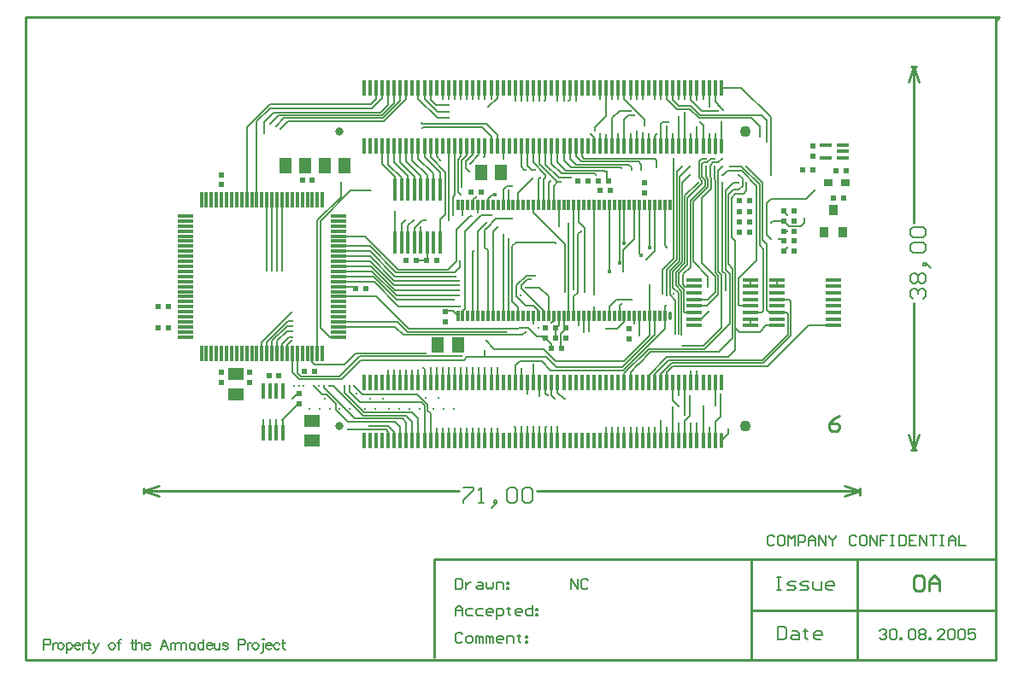
<source format=gbl>
%FSLAX42Y42*%
%MOMM*%
G71*
G01*
G75*
G04 Layer_Physical_Order=6*
%ADD10C,0.45*%
%ADD11R,0.30X1.60*%
%ADD12R,0.60X0.50*%
%ADD13R,0.50X0.60*%
%ADD14R,1.20X1.50*%
%ADD15R,1.50X1.20*%
%ADD16R,0.80X0.90*%
%ADD17R,1.60X0.30*%
%ADD18R,1.95X3.40*%
%ADD19R,1.95X1.10*%
%ADD20R,1.45X0.55*%
%ADD21R,0.90X0.80*%
%ADD22R,2.60X2.40*%
%ADD23R,1.00X2.50*%
%ADD24R,2.50X6.00*%
%ADD25R,3.50X3.20*%
%ADD26R,4.50X1.50*%
%ADD27R,1.50X0.35*%
%ADD28C,0.15*%
%ADD29C,0.25*%
%ADD30C,0.15*%
%ADD31C,0.13*%
%ADD32C,0.18*%
%ADD33C,0.30*%
%ADD34C,0.40*%
%ADD35R,0.35X1.60*%
%ADD36C,0.80*%
%ADD37C,1.10*%
%ADD38O,0.35X1.60*%
%ADD39R,0.95X1.00*%
%ADD40R,1.15X0.35*%
%ADD41R,1.15X0.35*%
%ADD42R,1.65X0.30*%
%ADD43R,0.30X1.00*%
%ADD44O,0.30X1.00*%
%ADD45R,0.40X1.55*%
%ADD46R,0.40X2.20*%
D11*
X3130Y3210D02*
D03*
X2030Y4730D02*
D03*
X2080D02*
D03*
X2130D02*
D03*
X2180D02*
D03*
X2230D02*
D03*
X2280D02*
D03*
X2330D02*
D03*
X2380D02*
D03*
X2430D02*
D03*
X2480D02*
D03*
X2530D02*
D03*
X2580D02*
D03*
X2630D02*
D03*
X2680D02*
D03*
X2730D02*
D03*
X2780D02*
D03*
X2830D02*
D03*
X2880D02*
D03*
X2930D02*
D03*
X2980D02*
D03*
X3030D02*
D03*
X3080D02*
D03*
X3130D02*
D03*
X3180D02*
D03*
X3230D02*
D03*
X2030Y3210D02*
D03*
X2080D02*
D03*
X2130D02*
D03*
X2180D02*
D03*
X2230D02*
D03*
X2280D02*
D03*
X2330D02*
D03*
X2380D02*
D03*
X2430D02*
D03*
X2480D02*
D03*
X2530D02*
D03*
X2580D02*
D03*
X2630D02*
D03*
X2680D02*
D03*
X2730D02*
D03*
X2780D02*
D03*
X2830D02*
D03*
X2880D02*
D03*
X2930D02*
D03*
X2980D02*
D03*
X3030D02*
D03*
X3080D02*
D03*
X3180D02*
D03*
X3230D02*
D03*
D12*
X3000Y2810D02*
D03*
Y2710D02*
D03*
X5640Y3460D02*
D03*
Y3360D02*
D03*
X8090Y5160D02*
D03*
Y5260D02*
D03*
X6270Y3450D02*
D03*
Y3350D02*
D03*
X4450Y3620D02*
D03*
Y3520D02*
D03*
X6420Y4800D02*
D03*
Y4900D02*
D03*
X2510Y3020D02*
D03*
Y2920D02*
D03*
X2230Y4880D02*
D03*
Y4980D02*
D03*
Y3020D02*
D03*
Y2920D02*
D03*
D13*
X8320Y5020D02*
D03*
X8420D02*
D03*
X5600Y3260D02*
D03*
X5500D02*
D03*
X5540Y3360D02*
D03*
X5440D02*
D03*
X7800Y4220D02*
D03*
X7900D02*
D03*
X7800Y4320D02*
D03*
X7900D02*
D03*
X7800Y4620D02*
D03*
X7900D02*
D03*
X7800Y4420D02*
D03*
X7900D02*
D03*
X7900Y4520D02*
D03*
X7800D02*
D03*
X3030Y4925D02*
D03*
X3130D02*
D03*
X4800Y4810D02*
D03*
X4700D02*
D03*
X7360Y4720D02*
D03*
X7460D02*
D03*
X1700Y3670D02*
D03*
X1600D02*
D03*
X1600Y3460D02*
D03*
X1700D02*
D03*
X3560Y3850D02*
D03*
X3660D02*
D03*
X3050Y3030D02*
D03*
X3150D02*
D03*
X2800Y2990D02*
D03*
X2700D02*
D03*
X4360Y4130D02*
D03*
X4260D02*
D03*
X4060Y4130D02*
D03*
X4160D02*
D03*
X7990Y5030D02*
D03*
X8090D02*
D03*
X7360Y4410D02*
D03*
X7460D02*
D03*
X7360Y4510D02*
D03*
X7460D02*
D03*
X7360Y4610D02*
D03*
X7460D02*
D03*
X8390Y4750D02*
D03*
X8290D02*
D03*
X5860Y4920D02*
D03*
X5760D02*
D03*
X6080Y4820D02*
D03*
X5980D02*
D03*
X5960Y4920D02*
D03*
X6060D02*
D03*
X5540Y3460D02*
D03*
X5440D02*
D03*
D14*
X4570Y3290D02*
D03*
X4370D02*
D03*
X3060Y5070D02*
D03*
X2860D02*
D03*
X5000Y5000D02*
D03*
X4800D02*
D03*
X3250Y5070D02*
D03*
X3450D02*
D03*
D15*
X3130Y2540D02*
D03*
Y2340D02*
D03*
X2370Y3000D02*
D03*
Y2800D02*
D03*
D17*
X3390Y4570D02*
D03*
Y4520D02*
D03*
Y4470D02*
D03*
Y4420D02*
D03*
Y4370D02*
D03*
Y4320D02*
D03*
Y4270D02*
D03*
Y4220D02*
D03*
Y4170D02*
D03*
Y4120D02*
D03*
Y4070D02*
D03*
Y4020D02*
D03*
Y3970D02*
D03*
Y3920D02*
D03*
Y3870D02*
D03*
Y3820D02*
D03*
Y3770D02*
D03*
Y3720D02*
D03*
Y3670D02*
D03*
Y3620D02*
D03*
Y3570D02*
D03*
Y3520D02*
D03*
Y3470D02*
D03*
Y3420D02*
D03*
Y3370D02*
D03*
X1870Y4570D02*
D03*
Y4520D02*
D03*
Y4470D02*
D03*
Y4420D02*
D03*
Y4370D02*
D03*
Y4320D02*
D03*
Y4270D02*
D03*
Y4220D02*
D03*
Y4170D02*
D03*
Y4120D02*
D03*
Y4070D02*
D03*
Y4020D02*
D03*
Y3970D02*
D03*
Y3920D02*
D03*
Y3870D02*
D03*
Y3820D02*
D03*
Y3770D02*
D03*
Y3720D02*
D03*
Y3670D02*
D03*
Y3620D02*
D03*
Y3570D02*
D03*
Y3520D02*
D03*
Y3470D02*
D03*
Y3420D02*
D03*
Y3370D02*
D03*
D21*
X8410Y4900D02*
D03*
X8240D02*
D03*
D28*
X5560Y2340D02*
Y2480D01*
Y2340D02*
X5560Y2340D01*
X6140Y3740D02*
X6290D01*
X6070Y3580D02*
Y3670D01*
X2630Y3210D02*
Y3320D01*
X5620Y2760D02*
X5630D01*
X5560Y2820D02*
Y2920D01*
Y2820D02*
X5620Y2760D01*
X5500Y2340D02*
Y2480D01*
X3390Y4220D02*
X3700D01*
X3950Y3970D02*
X4550D01*
X5500Y2340D02*
X5500Y2340D01*
X6170Y3680D02*
X6190Y3700D01*
X6170Y3580D02*
Y3680D01*
X2890Y3530D02*
X2930D01*
X5500Y2790D02*
X5530Y2760D01*
X2680Y3210D02*
Y3320D01*
X5500Y2790D02*
Y2920D01*
X6220Y3520D02*
Y3580D01*
X6040Y3450D02*
X6150D01*
X5440Y2810D02*
Y2920D01*
Y2810D02*
X5460Y2790D01*
X5380Y2340D02*
X5380Y2340D01*
X6320Y3500D02*
Y3580D01*
X2880Y3430D02*
X2930D01*
X5380Y2920D02*
X5380Y2920D01*
X2780Y3210D02*
Y3330D01*
X5380Y2780D02*
Y2920D01*
X5320Y2340D02*
Y2480D01*
X3951Y3830D02*
X4580D01*
X3390Y4070D02*
X3711D01*
X5320Y2340D02*
X5320Y2340D01*
X5320Y3100D02*
X5320Y3100D01*
Y2920D02*
Y3100D01*
X2900Y3370D02*
X2930D01*
X2830Y3210D02*
Y3300D01*
X3390Y4020D02*
X3722D01*
X3962Y3780D02*
X4580D01*
X5260Y2340D02*
Y2480D01*
Y2340D02*
X5260Y2340D01*
X5540Y3130D02*
X6220D01*
X6470Y3470D02*
Y3580D01*
X4850Y3330D02*
X4930Y3250D01*
X5260Y2920D02*
X5260Y2920D01*
X5260Y2810D02*
Y2920D01*
X5200Y2340D02*
Y2480D01*
Y2340D02*
X5200Y2340D01*
X6070Y4020D02*
Y4676D01*
X3984Y3670D02*
X4590D01*
X3390Y3920D02*
X3744D01*
X5130Y2480D02*
X5140Y2470D01*
Y2340D02*
Y2470D01*
X5450Y3170D02*
X5550Y3070D01*
X5200Y2920D02*
Y3050D01*
X4660Y3170D02*
X5450D01*
X6520Y3390D02*
Y3580D01*
X5200Y2920D02*
X5200Y2920D01*
X4840Y3180D02*
X4850Y3170D01*
X4840Y3180D02*
Y3230D01*
X2930Y3020D02*
Y3210D01*
X6620Y3450D02*
Y3670D01*
X5183Y3127D02*
X5403D01*
X6620Y3670D02*
X6630Y3680D01*
X5140Y2920D02*
Y3085D01*
X5183Y3127D01*
X3480Y2450D02*
X3860D01*
X3880Y2340D02*
Y2430D01*
X3690Y2490D02*
X3880D01*
X3940Y2340D02*
Y2430D01*
X2680Y4030D02*
Y4730D01*
X2640Y2425D02*
Y2550D01*
Y2425D02*
X2642Y2423D01*
X2730Y4030D02*
Y4730D01*
X2710Y2425D02*
Y2550D01*
X2708Y2423D02*
X2710Y2425D01*
X2780Y4030D02*
Y4730D01*
X2770Y2425D02*
X2773Y2423D01*
X2770Y2425D02*
Y2550D01*
X2990Y2710D02*
X3000D01*
X2830Y4030D02*
Y4730D01*
X2830Y2550D02*
X2990Y2710D01*
X2830Y2550D02*
X2838Y2542D01*
Y2423D02*
Y2542D01*
X5720Y3840D02*
Y4676D01*
X5720Y3840D02*
X5720Y3840D01*
X6100Y5730D02*
Y5840D01*
X6100Y5730D02*
X6100Y5730D01*
X5170Y4676D02*
Y4800D01*
X5310Y4940D01*
X4770Y3580D02*
Y4420D01*
X4850Y4500D01*
X4770Y4330D02*
X4770Y4330D01*
X4770Y4160D02*
X4770Y4160D01*
X4920Y4420D02*
X4960Y4460D01*
X4920Y3580D02*
Y4170D01*
X5320Y5100D02*
X5440Y4980D01*
Y4952D02*
Y4980D01*
X5420Y4676D02*
Y4932D01*
X4860Y4450D02*
X4950Y4540D01*
X5110D01*
X4870Y3580D02*
Y4230D01*
X4620Y4580D02*
Y4676D01*
X4620Y4580D02*
X4620Y4580D01*
X4840Y4430D02*
X4860Y4450D01*
X4840Y4260D02*
Y4430D01*
Y4260D02*
X4870Y4230D01*
X6220Y5730D02*
X6420Y5530D01*
Y5470D02*
Y5530D01*
X6220Y5730D02*
Y5840D01*
X5980Y5790D02*
X5980Y5790D01*
X5980Y5730D02*
Y5790D01*
X5980Y5790D02*
Y5840D01*
X4370Y5540D02*
X4480D01*
X4180Y5730D02*
Y5840D01*
X4370Y5600D02*
X4480D01*
X4240Y5730D02*
Y5840D01*
X4350Y5670D02*
X4480D01*
X4300Y5720D02*
Y5840D01*
X4220Y5480D02*
X4850D01*
X4210Y5490D02*
X4220Y5480D01*
X4960Y5260D02*
Y5370D01*
Y5740D02*
Y5840D01*
X4870Y5650D02*
X4960Y5740D01*
X5020Y5260D02*
X5020Y5260D01*
X5020Y5140D02*
Y5260D01*
X4650Y5040D02*
Y5110D01*
Y5040D02*
X4680Y5010D01*
X4690Y5090D02*
X4780Y5180D01*
X4840Y5160D02*
Y5260D01*
X4830Y5150D02*
X4840Y5160D01*
X4570Y5130D02*
X4600Y5160D01*
X4570Y4810D02*
X4600Y4780D01*
X4600Y5160D02*
Y5260D01*
X4570Y4810D02*
Y5130D01*
X4610Y4860D02*
Y5120D01*
X4660Y5170D02*
Y5260D01*
X4720Y5180D02*
Y5260D01*
X4650Y5110D02*
X4720Y5180D01*
X4610Y5120D02*
X4660Y5170D01*
X4480Y5730D02*
Y5840D01*
X4480Y5730D02*
X4480Y5730D01*
X4420Y5730D02*
Y5840D01*
X4420Y5730D02*
X4420Y5730D01*
X4540Y5730D02*
Y5840D01*
X4600Y5730D02*
Y5840D01*
X4600Y5730D02*
X4600Y5730D01*
X4660Y5730D02*
Y5840D01*
X4660Y5730D02*
X4660Y5730D01*
X4720D02*
Y5840D01*
X4780Y5730D02*
Y5840D01*
X4780Y5730D02*
X4780Y5730D01*
X4840Y5730D02*
Y5840D01*
X4840Y5730D02*
X4840Y5730D01*
X4900Y5730D02*
Y5840D01*
X4900Y5730D02*
X4900Y5730D01*
X6040Y5380D02*
X6040Y5380D01*
Y5260D02*
Y5380D01*
X5890Y5380D02*
X5920Y5350D01*
Y5260D02*
Y5350D01*
X6040Y5560D02*
Y5840D01*
X5930Y5450D02*
X6040Y5560D01*
X5930Y5420D02*
Y5450D01*
X6280Y5260D02*
Y5380D01*
X4220Y4530D02*
X4250D01*
X4138Y4310D02*
Y4448D01*
X6280Y5770D02*
Y5840D01*
X6280Y5770D02*
X6280Y5770D01*
X6280Y5730D02*
Y5770D01*
X6340Y5410D02*
X6340Y5410D01*
Y5260D02*
Y5410D01*
X4075Y4475D02*
X4130Y4530D01*
X4075Y4310D02*
Y4475D01*
X6400Y5390D02*
X6400Y5390D01*
Y5260D02*
Y5390D01*
X4011Y4491D02*
X4050Y4530D01*
X4011Y4310D02*
Y4491D01*
X6160Y5730D02*
Y5840D01*
X6160Y5730D02*
X6160Y5730D01*
X6400Y5730D02*
Y5840D01*
X6400Y5730D02*
X6400Y5730D01*
X4202Y4310D02*
Y4458D01*
X6260Y5570D02*
X6320D01*
X6220Y5530D02*
X6260Y5570D01*
X6220Y5260D02*
Y5530D01*
X6170Y5610D02*
X6280D01*
X6100Y5540D02*
X6170Y5610D01*
X6100Y5260D02*
Y5540D01*
X3948Y4310D02*
Y4608D01*
X4360Y5160D02*
X4400Y5120D01*
X4360Y5160D02*
Y5260D01*
X3948Y4608D02*
X3950Y4610D01*
X3390Y3470D02*
X3950D01*
X5210Y3390D02*
X5240Y3420D01*
X6540Y5050D02*
Y5120D01*
X5800Y5160D02*
Y5260D01*
X5060Y4870D02*
X5110D01*
X5020Y4676D02*
Y4830D01*
X6520Y5730D02*
Y5840D01*
X6520Y5360D02*
X6540Y5380D01*
X6520Y5260D02*
Y5360D01*
X6880Y5260D02*
Y5380D01*
X6340Y5840D02*
X6340Y5840D01*
X6340Y5730D02*
Y5840D01*
X4138Y4448D02*
X4220Y4530D01*
X6879Y5660D02*
X6971Y5567D01*
X7600Y5550D02*
X7630Y5520D01*
X7582Y5567D02*
X7600Y5550D01*
X6971Y5567D02*
X7582D01*
X7630Y5310D02*
Y5520D01*
X6870Y5630D02*
X6960Y5540D01*
X7560Y5360D02*
Y5460D01*
X7500Y5520D02*
X7560Y5460D01*
X7480Y5540D02*
X7500Y5520D01*
X6960Y5540D02*
X7480D01*
X6990Y5610D02*
X7150D01*
X6880Y5720D02*
Y5840D01*
X6970Y5500D02*
X7000Y5470D01*
Y5260D02*
Y5470D01*
X6940Y5260D02*
Y5450D01*
X6640Y5260D02*
Y5460D01*
X6580Y5730D02*
Y5840D01*
X6880Y5720D02*
X6990Y5610D01*
X6760Y5660D02*
X6879D01*
X6740Y5630D02*
X6870D01*
X6520Y5840D02*
X6520Y5840D01*
X6600Y5500D02*
X6660D01*
X6580Y5260D02*
Y5480D01*
X6600Y5500D01*
X6760Y5260D02*
Y5550D01*
X6820Y5260D02*
Y5590D01*
X7120Y5700D02*
X7200Y5620D01*
X7150Y5670D02*
X7170Y5650D01*
X7120Y5700D02*
Y5840D01*
X7380D02*
X7670Y5550D01*
Y4980D02*
Y5550D01*
X7180Y5840D02*
X7380D01*
X6760Y5730D02*
Y5840D01*
X6940Y5780D02*
Y5840D01*
X6940Y5720D02*
Y5780D01*
X6640Y5730D02*
Y5770D01*
Y5730D02*
X6740Y5630D01*
X6700Y5720D02*
Y5770D01*
Y5720D02*
X6760Y5660D01*
X7000Y5730D02*
Y5840D01*
X6820Y5730D02*
Y5840D01*
X7180Y5260D02*
Y5500D01*
X6700Y5260D02*
Y5380D01*
X6460Y5260D02*
Y5380D01*
X7060Y5330D02*
Y5380D01*
X7060Y5260D02*
Y5330D01*
X7120Y5190D02*
Y5350D01*
X7120Y5350D02*
Y5380D01*
X5980Y5260D02*
Y5380D01*
Y5260D02*
X5980Y5260D01*
X6160D02*
Y5380D01*
Y5260D02*
X6160Y5260D01*
X6280Y5260D02*
X6280Y5260D01*
X6460Y5260D02*
X6460Y5260D01*
X6710Y4148D02*
Y5140D01*
X6600Y3800D02*
Y4038D01*
X6710Y4148D01*
X6738Y4136D02*
Y5008D01*
X6790Y5060D01*
X6640Y3780D02*
Y4039D01*
X6738Y4136D01*
X6765Y4125D02*
Y4955D01*
X6870Y5060D01*
X6728Y3403D02*
Y3733D01*
X6670Y3790D02*
X6728Y3733D01*
X6670Y3790D02*
Y4030D01*
X6765Y4125D01*
X6700Y3860D02*
X6755Y3805D01*
X6793Y4903D02*
X6870Y4980D01*
X6755Y3404D02*
Y3805D01*
X6820Y4770D02*
X6950Y4900D01*
X6730Y3880D02*
Y4010D01*
Y3880D02*
X6782Y3828D01*
X6780Y3390D02*
X6782Y3392D01*
Y3828D01*
X6760Y3890D02*
X6810Y3840D01*
X6990Y5140D02*
X7030D01*
X6810Y3620D02*
X6818Y3612D01*
X6912D01*
X6810Y3620D02*
Y3840D01*
X6700Y3860D02*
Y4019D01*
X6760Y3890D02*
Y4000D01*
X6793Y4111D02*
Y4903D01*
X6700Y4019D02*
X6793Y4111D01*
X7190Y4020D02*
Y4900D01*
X7220Y3830D02*
Y3990D01*
X7190Y4020D02*
X7220Y3990D01*
X7220Y4039D02*
X7265Y3994D01*
X7247Y4092D02*
X7293Y4047D01*
X6280Y3020D02*
X6355Y3095D01*
X6280Y2920D02*
Y3020D01*
X7390Y4870D02*
Y4940D01*
X7247Y4092D02*
Y4778D01*
X7300Y4830D01*
X7350D01*
X7390Y4870D01*
X7280Y4750D02*
X7320Y4790D01*
X7400D01*
X7430Y4820D01*
X7220Y4039D02*
Y4820D01*
X7300Y4900D01*
X7360Y3420D02*
X7560D01*
X7280Y4360D02*
Y4750D01*
Y4360D02*
X7320Y4320D01*
X7362Y3678D02*
X7468D01*
X7350Y3690D02*
Y3950D01*
Y3690D02*
X7362Y3678D01*
X7190Y4980D02*
X7200D01*
X7382Y3982D02*
X7532Y4133D01*
X7350Y3950D02*
X7382Y3982D01*
X7468Y3483D02*
Y3548D01*
X7732Y3872D02*
Y3938D01*
X7468Y3872D02*
Y3938D01*
X6978Y3548D02*
X7060Y3630D01*
X6912Y3548D02*
X6978D01*
X6903Y4117D02*
Y4712D01*
X7030Y4957D02*
Y5060D01*
X7050Y3870D02*
Y3970D01*
X6903Y4117D02*
X7050Y3970D01*
X7110Y4930D02*
Y5060D01*
X7038Y3678D02*
X7150Y3790D01*
X6912Y3678D02*
X7038D01*
X7150Y3790D02*
Y3980D01*
X7120Y3820D02*
Y3970D01*
X7150Y5100D02*
X7190Y5140D01*
X7042Y3742D02*
X7120Y3820D01*
X6912Y3742D02*
X7042D01*
X7122Y4008D02*
Y4917D01*
X7110Y4930D02*
X7122Y4917D01*
X7150Y4019D02*
Y5020D01*
X7190Y5060D01*
X7070Y4956D02*
Y5070D01*
X6990Y4100D02*
X7120Y3970D01*
X6990Y4100D02*
Y4750D01*
X7080Y4840D01*
Y4946D01*
X7070Y4956D02*
X7080Y4946D01*
X7100Y5100D02*
X7150D01*
X7070Y5070D02*
X7100Y5100D01*
X7030Y4957D02*
X7050Y4937D01*
X6903Y4712D02*
X7050Y4860D01*
Y4937D01*
X7080Y5140D02*
X7110D01*
X6990Y4958D02*
X7020Y4928D01*
X6990Y4958D02*
Y5090D01*
X6910Y3870D02*
X6912Y3872D01*
X6820Y3870D02*
X6910D01*
X6800Y3890D02*
X6820Y3870D01*
X6800Y3890D02*
Y3990D01*
X6875Y4065D01*
Y4725D01*
X7020Y4870D01*
Y4928D01*
X7122Y4008D02*
X7150Y3980D01*
Y4019D02*
X7180Y3989D01*
X7040Y5100D02*
X7080Y5140D01*
X6990Y5090D02*
X7000Y5100D01*
X7040D01*
X6960Y4949D02*
X6990Y4919D01*
Y4890D02*
Y4919D01*
X6847Y4747D02*
X6990Y4890D01*
X6960Y4949D02*
Y5110D01*
X6990Y5140D01*
X6847Y4088D02*
Y4747D01*
X6760Y4000D02*
X6847Y4088D01*
X6820Y4100D02*
Y4770D01*
X6730Y4010D02*
X6820Y4100D01*
X7240Y5020D02*
X7381D01*
X7200Y4980D02*
X7240Y5020D01*
X5490Y3040D02*
X6210D01*
X6620Y3450D01*
X5550Y3070D02*
X6200D01*
X6520Y3390D01*
X6470Y3380D02*
Y3470D01*
X6220Y3130D02*
X6470Y3380D01*
X6400Y2340D02*
X6400Y2340D01*
X6460Y2340D02*
X6460Y2340D01*
X6940Y2920D02*
Y3030D01*
X8000Y4500D02*
Y4540D01*
X7800Y4520D02*
X7850Y4470D01*
X7120Y2690D02*
Y2920D01*
X7060Y2340D02*
Y2470D01*
X6340Y2340D02*
X6340Y2340D01*
X7250Y2410D02*
Y2450D01*
X7180Y2340D02*
X7250Y2410D01*
X7560Y4280D02*
Y4880D01*
Y4280D02*
X7600Y4240D01*
X7468Y3612D02*
X7582D01*
X7270Y5060D02*
X7380D01*
X7582Y3612D02*
X7600Y3630D01*
Y4240D01*
X7590Y4330D02*
Y4900D01*
Y4330D02*
X7630Y4290D01*
Y3640D02*
X7658Y3612D01*
X7430Y5060D02*
X7590Y4900D01*
X7630Y3640D02*
Y4290D01*
X7532Y4133D02*
Y4869D01*
X7560Y3420D02*
X7622Y3483D01*
X4392Y4532D02*
X4450Y4590D01*
X4300Y5150D02*
X4450Y5000D01*
X4392Y4310D02*
Y4532D01*
X4300Y5150D02*
Y5260D01*
X4450Y4590D02*
Y5000D01*
X4480Y4530D02*
Y5260D01*
X4480Y4530D02*
X4480Y4530D01*
X4540Y4780D02*
Y5260D01*
X4520Y4580D02*
Y4760D01*
X4540Y4780D01*
X7380Y5060D02*
X7560Y4880D01*
X7381Y5020D02*
X7532Y4869D01*
X8020Y4740D02*
X8110Y4830D01*
X7630Y4380D02*
X7670Y4340D01*
Y4740D02*
X8020D01*
X7630Y4700D02*
X7670Y4740D01*
X7630Y4380D02*
Y4700D01*
X7690Y4520D02*
X7800D01*
X7670Y4500D02*
X7690Y4520D01*
X7850Y4470D02*
X7970D01*
X8000Y4500D01*
X7800Y4230D02*
X7830Y4260D01*
X7800Y4220D02*
Y4230D01*
X7780Y4340D02*
X7800Y4320D01*
X7750Y4340D02*
X7780D01*
X7800Y4420D02*
X7830D01*
X7800Y4610D02*
Y4620D01*
Y4610D02*
X7830Y4580D01*
X2890Y5510D02*
X3840D01*
X4060Y5730D02*
Y5840D01*
X2810Y5430D02*
X2890Y5510D01*
X2850Y5540D02*
X3830D01*
X4000Y5710D02*
Y5840D01*
X2770Y5460D02*
X2850Y5540D01*
X2798Y5567D02*
X3819D01*
X3940Y5689D02*
Y5840D01*
X2710Y5480D02*
X2798Y5567D01*
X2745Y5595D02*
X3807D01*
X3880Y5668D02*
Y5840D01*
X2650Y5390D02*
Y5500D01*
X2745Y5595D01*
X2710Y5640D02*
X3720D01*
X2580Y4730D02*
Y5510D01*
X3820Y5740D02*
Y5840D01*
X2580Y5510D02*
X2710Y5640D01*
X2710Y5680D02*
X3710D01*
X2480Y4758D02*
Y5450D01*
X3760Y5730D02*
Y5840D01*
X2480Y5450D02*
X2710Y5680D01*
X3807Y5595D02*
X3880Y5668D01*
X3819Y5567D02*
X3940Y5689D01*
X3830Y5540D02*
X4000Y5710D01*
X3840Y5510D02*
X4060Y5730D01*
X4180Y5730D02*
X4370Y5540D01*
X4240Y5730D02*
X4370Y5600D01*
X4300Y5720D02*
X4350Y5670D01*
X3630Y2590D02*
X4060D01*
X3335Y2885D02*
X3630Y2590D01*
X4120Y2340D02*
Y2530D01*
X3295Y2885D02*
X3335D01*
X3640Y2620D02*
X4120D01*
X3445Y2815D02*
X3640Y2620D01*
X4180Y2340D02*
Y2560D01*
X3445Y2815D02*
Y2885D01*
X3600Y2720D02*
X4210D01*
X4240Y2340D02*
Y2690D01*
X3495Y2825D02*
Y2885D01*
X4240Y2340D02*
X4240Y2340D01*
X3495Y2825D02*
X3600Y2720D01*
X4210D02*
X4240Y2690D01*
X3880Y2490D02*
X3940Y2430D01*
X3360Y2650D02*
X3480Y2530D01*
X4000Y2340D02*
Y2480D01*
X3480Y2530D02*
X3950D01*
X3145Y2885D02*
X3230Y2800D01*
X3950Y2530D02*
X4000Y2480D01*
X3360Y2650D02*
Y2710D01*
X3270Y2800D02*
X3360Y2710D01*
X3230Y2800D02*
X3270D01*
X4060Y2340D02*
Y2520D01*
X3245Y2865D02*
X3550Y2560D01*
X3245Y2865D02*
Y2885D01*
X4020Y2560D02*
X4060Y2520D01*
X3550Y2560D02*
X4020D01*
X4060Y2590D02*
X4120Y2530D01*
X3629Y2801D02*
X4169D01*
X4300Y2340D02*
Y2610D01*
X3545Y2885D02*
X3629Y2801D01*
X4120Y2620D02*
X4180Y2560D01*
X4270Y2640D02*
X4300Y2610D01*
X4270Y2640D02*
Y2700D01*
X4169Y2801D02*
X4270Y2700D01*
X3860Y2450D02*
X3880Y2430D01*
X2980Y2810D02*
X3000D01*
X2930Y2760D02*
X2980Y2810D01*
X4360Y2460D02*
X4360Y2460D01*
Y2340D02*
Y2460D01*
X4480Y2460D02*
X4480Y2460D01*
Y2340D02*
Y2460D01*
X4420Y2460D02*
X4420Y2460D01*
Y2340D02*
Y2460D01*
X4540Y2340D02*
Y2460D01*
Y2340D02*
X4540Y2340D01*
X4600Y2460D02*
X4600Y2460D01*
Y2340D02*
Y2460D01*
X4660Y2340D02*
Y2460D01*
X4720Y2340D02*
Y2460D01*
X4960D02*
X4960Y2460D01*
Y2340D02*
Y2460D01*
X4900Y2340D02*
Y2460D01*
X4840Y2340D02*
Y2460D01*
X4780Y2340D02*
Y2460D01*
X4660Y2340D02*
X4660Y2340D01*
X4720Y2340D02*
X4720Y2340D01*
X4780Y2340D02*
X4780Y2340D01*
X4840Y2340D02*
X4840Y2340D01*
X4900Y2340D02*
X4900Y2340D01*
X3880Y3040D02*
X3880Y3040D01*
Y2920D02*
Y3040D01*
X3940Y2920D02*
Y3040D01*
Y2920D02*
X3940Y2920D01*
X4000D02*
Y3040D01*
Y2920D02*
X4000Y2920D01*
X4060D02*
Y3040D01*
Y2920D02*
X4060Y2920D01*
X4120D02*
Y3040D01*
Y2920D02*
X4120Y2920D01*
X4180D02*
Y3040D01*
Y2920D02*
X4180Y2920D01*
X4230Y3060D02*
X4240Y3050D01*
Y2920D02*
Y3050D01*
X4300Y2920D02*
Y3060D01*
Y2920D02*
X4300Y2920D01*
X4360D02*
Y3060D01*
Y2920D02*
X4360Y2920D01*
X4420D02*
Y3060D01*
Y2920D02*
X4420Y2920D01*
X4480D02*
Y3060D01*
Y2920D02*
X4480Y2920D01*
X4540D02*
Y3060D01*
Y2920D02*
X4540Y2920D01*
X4600D02*
Y3060D01*
Y2920D02*
X4600Y2920D01*
X4660D02*
Y3060D01*
Y2920D02*
X4660Y2920D01*
X4720Y3060D02*
X4720Y3060D01*
Y2920D02*
Y3060D01*
X4780Y2920D02*
Y3060D01*
Y2920D02*
X4780Y2920D01*
X4840D02*
Y3060D01*
Y2920D02*
X4840Y2920D01*
X4900D02*
Y3060D01*
Y2920D02*
X4900Y2920D01*
X4960D02*
Y3060D01*
Y2920D02*
X4960Y2920D01*
X5320Y5260D02*
X5320Y5260D01*
X5740Y5710D02*
Y5840D01*
X5740Y5710D02*
X5740Y5710D01*
X5680Y5720D02*
Y5840D01*
X5670Y5710D02*
X5680Y5720D01*
X5620Y5710D02*
Y5840D01*
X5620Y5710D02*
X5620Y5710D01*
X5560Y5710D02*
Y5840D01*
X5560Y5710D02*
X5560Y5710D01*
X5440Y5720D02*
Y5840D01*
X5430Y5710D02*
X5440Y5720D01*
X5380Y5840D02*
X5380Y5840D01*
X5380Y5710D02*
Y5840D01*
X5320Y5710D02*
Y5840D01*
X5320Y5710D02*
X5320Y5710D01*
X5260Y5710D02*
Y5840D01*
X5260Y5710D02*
X5260Y5710D01*
X5200Y5710D02*
Y5840D01*
X5260Y3940D02*
X5290D01*
X5200Y5710D02*
X5200Y5710D01*
X5140Y5710D02*
Y5840D01*
X5140Y5710D02*
X5140Y5710D01*
X7060Y5650D02*
Y5770D01*
X2880Y3290D02*
X2920Y3330D01*
X2880Y3210D02*
Y3290D01*
X2830Y3300D02*
X2900Y3370D01*
X2780Y3330D02*
X2880Y3430D01*
X2879Y3480D02*
X2930D01*
X2730Y3210D02*
Y3331D01*
X2879Y3480D01*
X2680Y3320D02*
X2890Y3530D01*
X2630Y3320D02*
X2920Y3610D01*
X6070Y3670D02*
X6140Y3740D01*
X5920Y3580D02*
Y3660D01*
X5370Y3580D02*
Y3630D01*
X5320Y3680D02*
X5370Y3630D01*
X5240Y3680D02*
X5320D01*
X5150Y3770D02*
X5240Y3680D01*
X5150Y3770D02*
Y3880D01*
X5250Y3980D01*
X5200Y3850D02*
Y3880D01*
X5260Y3940D01*
X5380Y3860D02*
X5470Y3770D01*
X6320Y4340D02*
Y4676D01*
X6210Y4020D02*
Y4230D01*
X6320Y4340D01*
X6620Y4280D02*
X6640Y4260D01*
X6620Y4280D02*
Y4676D01*
X6520Y4220D02*
Y4676D01*
X6440Y4140D02*
X6520Y4220D01*
X6220Y4300D02*
Y4676D01*
X5403Y3127D02*
X5490Y3040D01*
X5420Y3250D02*
X5540Y3130D01*
X4930Y3250D02*
X5420D01*
X3760Y3770D02*
X4080Y3450D01*
X3971Y3520D02*
X4071Y3420D01*
X3390Y3520D02*
X3971D01*
X4071Y3420D02*
X5060D01*
X3210Y3460D02*
X3300Y3370D01*
X3210Y3460D02*
Y4520D01*
X3510Y4820D01*
X3300Y3370D02*
X3390D01*
X3510Y4820D02*
X3710D01*
X3180Y4530D02*
X3410Y4760D01*
X3180Y3210D02*
Y4530D01*
X3410Y4760D02*
Y4910D01*
X3820Y5090D02*
X3948Y4962D01*
X3820Y5090D02*
Y5260D01*
X3948Y4830D02*
Y4962D01*
X3880Y5080D02*
X4011Y4949D01*
X3880Y5080D02*
Y5260D01*
X4011Y4830D02*
Y4949D01*
X3940Y5100D02*
X4075Y4965D01*
X3940Y5100D02*
Y5260D01*
X4075Y4830D02*
Y4965D01*
X4000Y5100D02*
X4138Y4962D01*
X4000Y5100D02*
Y5260D01*
X4138Y4830D02*
Y4962D01*
X4060Y5110D02*
X4202Y4968D01*
X4060Y5110D02*
Y5260D01*
X4202Y4830D02*
Y4968D01*
X4120Y5120D02*
X4265Y4975D01*
X4120Y5120D02*
Y5260D01*
X4265Y4830D02*
Y4975D01*
X4180Y5140D02*
X4329Y4991D01*
X4180Y5140D02*
Y5260D01*
X4329Y4830D02*
Y4991D01*
X4240Y5150D02*
X4392Y4998D01*
X4240Y5150D02*
Y5260D01*
X4392Y4830D02*
Y4998D01*
X3710Y5680D02*
X3760Y5730D01*
X3720Y5640D02*
X3820Y5740D01*
X4850Y5480D02*
X4960Y5370D01*
X4230Y5450D02*
X4810D01*
X4220Y5440D02*
X4230Y5450D01*
X4900Y5260D02*
Y5360D01*
X4810Y5450D02*
X4900Y5360D01*
X3711Y4070D02*
X3951Y3830D01*
X3722Y4020D02*
X3962Y3780D01*
X3733Y3970D02*
X3963Y3740D01*
X5070Y4340D02*
X5070Y4340D01*
Y3580D02*
Y4340D01*
X5020Y3580D02*
X5020Y3580D01*
X5020D02*
Y4380D01*
X4265Y4147D02*
Y4310D01*
X3700Y4120D02*
X3940Y3880D01*
X3700Y4220D02*
X3950Y3970D01*
X3700Y4270D02*
X3960Y4010D01*
X3650Y4370D02*
X3980Y4040D01*
X4160Y4130D02*
X4260D01*
X3390Y3870D02*
X3540D01*
X3560Y3850D01*
X3700Y4170D02*
X3940Y3930D01*
X4540Y4010D02*
X4590Y4060D01*
X3960Y4010D02*
X4540D01*
X3744Y3920D02*
X3984Y3670D01*
X4460Y3630D02*
X4520D01*
X4570Y3580D01*
X3950Y3470D02*
X4030Y3390D01*
X4630Y3140D02*
X4660Y3170D01*
X4720Y4160D02*
X4720Y4160D01*
Y4210D02*
X4730Y4220D01*
X4720Y3580D02*
Y4210D01*
X4620Y3630D02*
X4640Y3650D01*
X4620Y3580D02*
Y3630D01*
X4640Y4420D02*
X4800Y4580D01*
X4640Y3650D02*
Y4420D01*
X4800Y4580D02*
X4900D01*
X4920Y4170D02*
X4920Y4170D01*
X4920Y4170D02*
Y4420D01*
X4470Y4040D02*
X4555Y4125D01*
Y4435D01*
X4690Y4570D01*
X3390Y4370D02*
X3650D01*
X4690Y4570D02*
X4710D01*
X3980Y4040D02*
X4470D01*
X4870Y4676D02*
Y4740D01*
X4910Y4780D02*
X4940D01*
X4870Y4740D02*
X4910Y4780D01*
X5070Y4820D02*
X5070Y4676D01*
X4720D02*
Y4730D01*
X4750Y4760D01*
X5020Y4830D02*
X5060Y4870D01*
X4770Y4600D02*
Y4676D01*
X4770Y4676D01*
X2930Y3020D02*
X3000Y2950D01*
X3420D01*
X3610Y3140D01*
X4630D01*
X2980Y3010D02*
X3012Y2977D01*
X3397D01*
X3600Y3180D01*
X2980Y3010D02*
Y3210D01*
X3600Y3180D02*
X4610D01*
X3150Y3100D02*
X3450D01*
X3560Y3210D01*
X3130Y3120D02*
X3150Y3100D01*
X4030Y3390D02*
X5210D01*
X4080Y3450D02*
X5170D01*
X5180Y3460D01*
X5200Y3850D02*
X5420Y3630D01*
X3390Y3770D02*
X3760D01*
X5404Y3376D02*
X5420Y3360D01*
X5354Y3376D02*
X5404D01*
X5270Y3460D02*
X5354Y3376D01*
X5180Y3460D02*
X5270D01*
X5620Y3480D02*
Y3580D01*
X5110Y3720D02*
X5170Y3660D01*
X5110Y3720D02*
Y4270D01*
X5150Y4310D01*
X6370Y3380D02*
Y3580D01*
X6150Y3450D02*
X6220Y3520D01*
X5820Y3420D02*
X5820Y3420D01*
Y3420D02*
Y3580D01*
X5870Y3430D02*
Y3580D01*
X5720Y3770D02*
X5760Y3810D01*
X5720Y3580D02*
Y3770D01*
X5760Y4390D02*
X5790Y4420D01*
X5760Y3810D02*
Y4390D01*
X5770Y4510D02*
X5830Y4450D01*
Y3820D02*
Y4450D01*
X5770Y4510D02*
Y4676D01*
X6470Y3860D02*
X6470Y3580D01*
X6470Y3860D02*
Y3880D01*
X5920Y3790D02*
X5920Y3790D01*
X5920Y4030D02*
X5920Y4030D01*
Y3790D02*
Y4676D01*
X5540Y3360D02*
Y3460D01*
X5570Y3490D01*
Y3580D01*
X5670D02*
Y4500D01*
X5320Y3500D02*
X5320Y3500D01*
X5320Y3500D02*
Y3580D01*
X5590Y3400D02*
X5640Y3450D01*
X5590Y3270D02*
Y3400D01*
Y3270D02*
X5600Y3260D01*
X5640Y3450D02*
Y3460D01*
X5620Y3480D02*
X5640Y3460D01*
X5420Y3360D02*
X5440D01*
X5500Y3260D02*
Y3300D01*
X5440Y3360D02*
X5500Y3300D01*
X3130Y3120D02*
Y3210D01*
X3560D02*
X4250D01*
X5520Y3530D02*
Y3580D01*
X5500Y3510D02*
X5520Y3530D01*
X5770Y3490D02*
X5770Y3490D01*
Y3490D02*
Y3580D01*
X5320Y4600D02*
X5630Y4290D01*
X5320Y4600D02*
Y4676D01*
X5630Y3820D02*
Y4290D01*
X5170Y3580D02*
Y3660D01*
X5530Y4310D02*
X5540Y4300D01*
X5150Y4310D02*
X5530D01*
X3390Y4270D02*
X3700D01*
X4590Y4060D02*
Y4120D01*
X5370Y4676D02*
Y4930D01*
X5390Y4950D01*
X5200Y5060D02*
Y5260D01*
Y5060D02*
X5230Y5030D01*
X5240D01*
X5470Y3580D02*
Y3770D01*
X5240Y3860D02*
X5380D01*
X5260Y5070D02*
X5300Y5030D01*
X5250Y3980D02*
X5340D01*
X5300Y5030D02*
X5340D01*
X5260Y5070D02*
Y5260D01*
X5320Y5100D02*
Y5260D01*
X5800Y5160D02*
X5820Y5140D01*
X5740Y5160D02*
X5790Y5110D01*
X5680Y5140D02*
X5740Y5080D01*
X5620Y5120D02*
X5690Y5050D01*
X6180D02*
X6190Y5040D01*
X5620Y5120D02*
Y5260D01*
X5690Y5050D02*
X6180D01*
X6520Y5140D02*
X6540Y5120D01*
X5820Y5140D02*
X6520D01*
X6360Y5110D02*
X6390Y5080D01*
X5740Y5160D02*
Y5260D01*
X5790Y5110D02*
X6360D01*
X6390Y5030D02*
Y5080D01*
X6260D02*
X6290Y5050D01*
X5680Y5140D02*
Y5260D01*
X5740Y5080D02*
X6260D01*
X6290Y5030D02*
Y5050D01*
X6020Y5020D02*
X6030Y5010D01*
X5640Y5020D02*
X6020D01*
X5560Y5100D02*
X5640Y5020D01*
X6050Y4940D02*
X6060Y4930D01*
X6030Y5010D02*
X6050D01*
X5560Y5100D02*
Y5260D01*
X6050Y4930D02*
X6060Y4920D01*
X6050Y4930D02*
Y5010D01*
X5500Y5090D02*
Y5260D01*
X5600Y4990D02*
X5930D01*
X5500Y5090D02*
X5600Y4990D01*
X5930D02*
X5940Y4980D01*
X5440Y5080D02*
X5570Y4950D01*
X5440Y5080D02*
Y5260D01*
X5570Y4950D02*
X5690D01*
X5380Y5090D02*
X5560Y4910D01*
X5380Y5090D02*
Y5260D01*
X5520Y4676D02*
Y4870D01*
X5560Y4910D01*
X5590D01*
X5470Y4676D02*
Y4900D01*
X5490Y4920D01*
X5420Y4932D02*
X5440Y4952D01*
X5570Y4510D02*
X5570Y4510D01*
X5570Y4470D02*
Y4510D01*
X5570Y4510D02*
Y4676D01*
X6460Y2340D02*
Y2470D01*
X6520Y2340D02*
Y2470D01*
X6400Y2340D02*
Y2470D01*
X6940Y2340D02*
Y2440D01*
X6940Y2440D02*
Y2510D01*
X6880Y2340D02*
Y2510D01*
X6820Y2600D02*
Y2920D01*
X7000Y2630D02*
Y2680D01*
X7000Y2340D02*
Y2630D01*
X7120Y2530D02*
X7170Y2580D01*
X7120Y2340D02*
Y2530D01*
X7170Y2580D02*
Y2800D01*
X6820Y2540D02*
X6870Y2590D01*
X6820Y2340D02*
Y2540D01*
X6870Y2590D02*
Y2780D01*
X6760Y2340D02*
Y2450D01*
X6760Y2450D02*
Y2510D01*
X6340Y2340D02*
Y2470D01*
X6640Y2340D02*
Y2450D01*
X6640Y2450D02*
Y2470D01*
X6700Y2340D02*
Y2660D01*
X6700Y2620D02*
Y2670D01*
X6880Y2920D02*
Y3030D01*
X6760Y2790D02*
Y2920D01*
X6700Y2740D02*
X6760Y2680D01*
X6700Y2740D02*
Y2920D01*
X6580Y2340D02*
Y2540D01*
X6280Y2340D02*
Y2470D01*
X6280Y2470D02*
X6280Y2470D01*
X6220Y2340D02*
Y2470D01*
X6220Y2470D02*
X6220Y2470D01*
X6160Y2340D02*
Y2470D01*
X6160Y2470D02*
X6160Y2470D01*
X6100Y2340D02*
Y2470D01*
X6100Y2470D02*
X6100Y2470D01*
X6040Y2340D02*
Y2470D01*
X6040Y2470D02*
X6040Y2470D01*
X7848Y3742D02*
X7870Y3720D01*
X6790Y3280D02*
X7000D01*
X7180Y3460D01*
Y3989D01*
X6460Y3250D02*
X7010D01*
X6220Y2920D02*
Y3010D01*
X7010Y3250D02*
X7265Y3505D01*
X7300Y4900D02*
X7350D01*
X6220Y3010D02*
X6460Y3250D01*
X7265Y3505D02*
Y3994D01*
X6360Y3100D02*
X6482Y3222D01*
X7640Y3080D02*
X8043Y3483D01*
X6700Y3080D02*
X7640D01*
X6640Y3020D02*
X6700Y3080D01*
X6640Y2920D02*
Y3020D01*
X8043Y3483D02*
X8288D01*
X6580Y3000D02*
X6690Y3110D01*
X7600D01*
X7870Y3380D01*
X6580Y2920D02*
Y3000D01*
X7732Y3742D02*
X7848D01*
X7870Y3380D02*
Y3720D01*
X6520Y3000D02*
X6660Y3140D01*
X6520Y2920D02*
Y3000D01*
X6460Y2990D02*
X6640Y3170D01*
X6460Y2920D02*
Y2990D01*
X6640Y3170D02*
X7250D01*
X7320Y3240D01*
Y3460D02*
X7360Y3420D01*
X7622Y3483D02*
X7732D01*
X7430Y4820D02*
Y4900D01*
X7320Y3240D02*
Y4320D01*
X7828Y3612D02*
X7843Y3597D01*
Y3392D02*
Y3597D01*
X7590Y3140D02*
X7843Y3392D01*
X6660Y3140D02*
X7590D01*
X7658Y3612D02*
X7828D01*
X7153Y3222D02*
X7293Y3362D01*
X7350Y4980D02*
X7390Y4940D01*
X6482Y3222D02*
X7153D01*
X7293Y3362D02*
Y4047D01*
X3940Y3930D02*
X4580D01*
X5440Y2340D02*
Y2470D01*
X5450Y2480D01*
X3390Y4170D02*
X3700D01*
X6470Y4260D02*
Y4676D01*
X5380Y2340D02*
Y2480D01*
X3940Y3880D02*
X4580D01*
X3390Y4120D02*
X3700D01*
X6370Y4200D02*
Y4676D01*
Y4200D02*
X6390Y4180D01*
X3963Y3740D02*
X4530D01*
X3390Y3970D02*
X3733D01*
X6170Y4100D02*
Y4676D01*
D29*
X8352Y2592D02*
X8301Y2567D01*
X8250Y2516D01*
Y2465D01*
X8275Y2440D01*
X8326D01*
X8352Y2465D01*
Y2491D01*
X8326Y2516D01*
X8250D01*
X9060Y6051D02*
X9115D01*
X9065Y2251D02*
X9110D01*
X9090Y4502D02*
Y6051D01*
Y2251D02*
Y3710D01*
X9039Y5898D02*
X9090Y6051D01*
X9141Y5898D01*
X9090Y2251D02*
X9141Y2403D01*
X9039D02*
X9090Y2251D01*
X1457Y1815D02*
Y1865D01*
X8557Y1800D02*
Y1865D01*
X1457Y1840D02*
X4583D01*
X5350D02*
X8557D01*
X1457D02*
X1610Y1789D01*
X1457Y1840D02*
X1610Y1891D01*
X8405D02*
X8557Y1840D01*
X8405Y1789D02*
X8557Y1840D01*
X8530Y170D02*
Y1170D01*
X7480Y660D02*
X9900D01*
X7480Y180D02*
Y1170D01*
X4340Y190D02*
Y1170D01*
X9900D01*
Y170D02*
Y6540D01*
Y6510D02*
X9930Y6540D01*
X290D02*
X9930D01*
X290Y170D02*
Y6540D01*
Y170D02*
X9900D01*
X9090Y977D02*
X9115Y1002D01*
X9166D01*
X9192Y977D01*
Y875D01*
X9166Y850D01*
X9115D01*
X9090Y875D01*
Y977D01*
X9242Y850D02*
Y952D01*
X9293Y1002D01*
X9344Y952D01*
Y850D01*
Y926D01*
X9242D01*
D30*
X9078Y3751D02*
X9053Y3776D01*
Y3827D01*
X9078Y3852D01*
X9104D01*
X9129Y3827D01*
Y3801D01*
Y3827D01*
X9155Y3852D01*
X9180D01*
X9205Y3827D01*
Y3776D01*
X9180Y3751D01*
X9078Y3903D02*
X9053Y3928D01*
Y3979D01*
X9078Y4005D01*
X9104D01*
X9129Y3979D01*
X9155Y4005D01*
X9180D01*
X9205Y3979D01*
Y3928D01*
X9180Y3903D01*
X9155D01*
X9129Y3928D01*
X9104Y3903D01*
X9078D01*
X9129Y3928D02*
Y3979D01*
X9231Y4081D02*
X9205Y4106D01*
X9180D01*
Y4081D01*
X9205D01*
Y4106D01*
X9231Y4081D01*
X9256Y4055D01*
X9078Y4208D02*
X9053Y4233D01*
Y4284D01*
X9078Y4309D01*
X9180D01*
X9205Y4284D01*
Y4233D01*
X9180Y4208D01*
X9078D01*
Y4360D02*
X9053Y4385D01*
Y4436D01*
X9078Y4462D01*
X9180D01*
X9205Y4436D01*
Y4385D01*
X9180Y4360D01*
X9078D01*
X4624Y1876D02*
X4725D01*
Y1850D01*
X4624Y1749D01*
Y1723D01*
X4776D02*
X4827D01*
X4802D01*
Y1876D01*
X4776Y1850D01*
X4928Y1698D02*
X4954Y1723D01*
Y1749D01*
X4928D01*
Y1723D01*
X4954D01*
X4928Y1698D01*
X4903Y1672D01*
X5055Y1850D02*
X5081Y1876D01*
X5132D01*
X5157Y1850D01*
Y1749D01*
X5132Y1723D01*
X5081D01*
X5055Y1749D01*
Y1850D01*
X5208D02*
X5233Y1876D01*
X5284D01*
X5309Y1850D01*
Y1749D01*
X5284Y1723D01*
X5233D01*
X5208Y1749D01*
Y1850D01*
D31*
X8750Y455D02*
X8767Y472D01*
X8801D01*
X8818Y455D01*
Y438D01*
X8801Y421D01*
X8784D01*
X8801D01*
X8818Y404D01*
Y387D01*
X8801Y370D01*
X8767D01*
X8750Y387D01*
X8852Y455D02*
X8868Y472D01*
X8902D01*
X8919Y455D01*
Y387D01*
X8902Y370D01*
X8868D01*
X8852Y387D01*
Y455D01*
X8953Y370D02*
Y387D01*
X8970D01*
Y370D01*
X8953D01*
X9038Y455D02*
X9055Y472D01*
X9089D01*
X9105Y455D01*
Y387D01*
X9089Y370D01*
X9055D01*
X9038Y387D01*
Y455D01*
X9139D02*
X9156Y472D01*
X9190D01*
X9207Y455D01*
Y438D01*
X9190Y421D01*
X9207Y404D01*
Y387D01*
X9190Y370D01*
X9156D01*
X9139Y387D01*
Y404D01*
X9156Y421D01*
X9139Y438D01*
Y455D01*
X9156Y421D02*
X9190D01*
X9241Y370D02*
Y387D01*
X9258D01*
Y370D01*
X9241D01*
X9393D02*
X9326D01*
X9393Y438D01*
Y455D01*
X9376Y472D01*
X9342D01*
X9326Y455D01*
X9427D02*
X9444Y472D01*
X9478D01*
X9495Y455D01*
Y387D01*
X9478Y370D01*
X9444D01*
X9427Y387D01*
Y455D01*
X9529D02*
X9546Y472D01*
X9579D01*
X9596Y455D01*
Y387D01*
X9579Y370D01*
X9546D01*
X9529Y387D01*
Y455D01*
X9698Y472D02*
X9630D01*
Y421D01*
X9664Y438D01*
X9681D01*
X9698Y421D01*
Y387D01*
X9681Y370D01*
X9647D01*
X9630Y387D01*
X5690Y870D02*
Y972D01*
X5758Y870D01*
Y972D01*
X5859Y955D02*
X5842Y972D01*
X5808D01*
X5792Y955D01*
Y887D01*
X5808Y870D01*
X5842D01*
X5859Y887D01*
X470Y318D02*
X514D01*
X528Y323D01*
X533Y328D01*
X538Y338D01*
Y352D01*
X533Y362D01*
X528Y367D01*
X514Y372D01*
X470D01*
Y270D01*
X560Y338D02*
Y270D01*
Y309D02*
X565Y323D01*
X575Y333D01*
X585Y338D01*
X599D01*
X633D02*
X623Y333D01*
X613Y323D01*
X608Y309D01*
Y299D01*
X613Y285D01*
X623Y275D01*
X633Y270D01*
X647D01*
X657Y275D01*
X666Y285D01*
X671Y299D01*
Y309D01*
X666Y323D01*
X657Y333D01*
X647Y338D01*
X633D01*
X693D02*
Y236D01*
Y323D02*
X703Y333D01*
X713Y338D01*
X727D01*
X737Y333D01*
X747Y323D01*
X752Y309D01*
Y299D01*
X747Y285D01*
X737Y275D01*
X727Y270D01*
X713D01*
X703Y275D01*
X693Y285D01*
X773Y309D02*
X831D01*
Y318D01*
X826Y328D01*
X822Y333D01*
X812Y338D01*
X797D01*
X788Y333D01*
X778Y323D01*
X773Y309D01*
Y299D01*
X778Y285D01*
X788Y275D01*
X797Y270D01*
X812D01*
X822Y275D01*
X831Y285D01*
X853Y338D02*
Y270D01*
Y309D02*
X858Y323D01*
X868Y333D01*
X877Y338D01*
X892D01*
X915Y372D02*
Y289D01*
X920Y275D01*
X930Y270D01*
X940D01*
X901Y338D02*
X935D01*
X959D02*
X988Y270D01*
X1017Y338D02*
X988Y270D01*
X978Y251D01*
X969Y241D01*
X959Y236D01*
X954D01*
X1138Y338D02*
X1128Y333D01*
X1119Y323D01*
X1114Y309D01*
Y299D01*
X1119Y285D01*
X1128Y275D01*
X1138Y270D01*
X1153D01*
X1162Y275D01*
X1172Y285D01*
X1177Y299D01*
Y309D01*
X1172Y323D01*
X1162Y333D01*
X1153Y338D01*
X1138D01*
X1238Y372D02*
X1228D01*
X1218Y367D01*
X1213Y352D01*
Y270D01*
X1199Y338D02*
X1233D01*
X1346Y372D02*
Y289D01*
X1351Y275D01*
X1361Y270D01*
X1371D01*
X1332Y338D02*
X1366D01*
X1385Y372D02*
Y270D01*
Y318D02*
X1400Y333D01*
X1409Y338D01*
X1424D01*
X1434Y333D01*
X1438Y318D01*
Y270D01*
X1465Y309D02*
X1523D01*
Y318D01*
X1518Y328D01*
X1513Y333D01*
X1504Y338D01*
X1489D01*
X1479Y333D01*
X1470Y323D01*
X1465Y309D01*
Y299D01*
X1470Y285D01*
X1479Y275D01*
X1489Y270D01*
X1504D01*
X1513Y275D01*
X1523Y285D01*
X1702Y270D02*
X1663Y372D01*
X1625Y270D01*
X1639Y304D02*
X1687D01*
X1726Y338D02*
Y270D01*
Y309D02*
X1731Y323D01*
X1740Y333D01*
X1750Y338D01*
X1764D01*
X1774D02*
Y270D01*
Y318D02*
X1788Y333D01*
X1798Y338D01*
X1812D01*
X1822Y333D01*
X1827Y318D01*
Y270D01*
Y318D02*
X1841Y333D01*
X1851Y338D01*
X1865D01*
X1875Y333D01*
X1880Y318D01*
Y270D01*
X1970Y338D02*
Y270D01*
Y323D02*
X1960Y333D01*
X1951Y338D01*
X1936D01*
X1926Y333D01*
X1917Y323D01*
X1912Y309D01*
Y299D01*
X1917Y285D01*
X1926Y275D01*
X1936Y270D01*
X1951D01*
X1960Y275D01*
X1970Y285D01*
X2055Y372D02*
Y270D01*
Y323D02*
X2045Y333D01*
X2036Y338D01*
X2021D01*
X2012Y333D01*
X2002Y323D01*
X1997Y309D01*
Y299D01*
X2002Y285D01*
X2012Y275D01*
X2021Y270D01*
X2036D01*
X2045Y275D01*
X2055Y285D01*
X2082Y309D02*
X2140D01*
Y318D01*
X2135Y328D01*
X2131Y333D01*
X2121Y338D01*
X2106D01*
X2097Y333D01*
X2087Y323D01*
X2082Y309D01*
Y299D01*
X2087Y285D01*
X2097Y275D01*
X2106Y270D01*
X2121D01*
X2131Y275D01*
X2140Y285D01*
X2162Y338D02*
Y289D01*
X2167Y275D01*
X2177Y270D01*
X2191D01*
X2201Y275D01*
X2215Y289D01*
Y338D02*
Y270D01*
X2295Y323D02*
X2290Y333D01*
X2276Y338D01*
X2261D01*
X2247Y333D01*
X2242Y323D01*
X2247Y314D01*
X2256Y309D01*
X2281Y304D01*
X2290Y299D01*
X2295Y289D01*
Y285D01*
X2290Y275D01*
X2276Y270D01*
X2261D01*
X2247Y275D01*
X2242Y285D01*
X2396Y318D02*
X2440D01*
X2454Y323D01*
X2459Y328D01*
X2464Y338D01*
Y352D01*
X2459Y362D01*
X2454Y367D01*
X2440Y372D01*
X2396D01*
Y270D01*
X2487Y338D02*
Y270D01*
Y309D02*
X2491Y323D01*
X2501Y333D01*
X2511Y338D01*
X2525D01*
X2559D02*
X2549Y333D01*
X2539Y323D01*
X2534Y309D01*
Y299D01*
X2539Y285D01*
X2549Y275D01*
X2559Y270D01*
X2573D01*
X2583Y275D01*
X2592Y285D01*
X2597Y299D01*
Y309D01*
X2592Y323D01*
X2583Y333D01*
X2573Y338D01*
X2559D01*
X2639Y372D02*
X2644Y367D01*
X2649Y372D01*
X2644Y376D01*
X2639Y372D01*
X2644Y338D02*
Y255D01*
X2639Y241D01*
X2629Y236D01*
X2620D01*
X2667Y309D02*
X2726D01*
Y318D01*
X2721Y328D01*
X2716Y333D01*
X2706Y338D01*
X2692D01*
X2682Y333D01*
X2672Y323D01*
X2667Y309D01*
Y299D01*
X2672Y285D01*
X2682Y275D01*
X2692Y270D01*
X2706D01*
X2716Y275D01*
X2726Y285D01*
X2805Y323D02*
X2796Y333D01*
X2786Y338D01*
X2771D01*
X2762Y333D01*
X2752Y323D01*
X2747Y309D01*
Y299D01*
X2752Y285D01*
X2762Y275D01*
X2771Y270D01*
X2786D01*
X2796Y275D01*
X2805Y285D01*
X2842Y372D02*
Y289D01*
X2846Y275D01*
X2856Y270D01*
X2866D01*
X2827Y338D02*
X2861D01*
X4550Y610D02*
Y678D01*
X4584Y712D01*
X4618Y678D01*
Y610D01*
Y661D01*
X4550D01*
X4719Y678D02*
X4668D01*
X4652Y661D01*
Y627D01*
X4668Y610D01*
X4719D01*
X4821Y678D02*
X4770D01*
X4753Y661D01*
Y627D01*
X4770Y610D01*
X4821D01*
X4905D02*
X4872D01*
X4855Y627D01*
Y661D01*
X4872Y678D01*
X4905D01*
X4922Y661D01*
Y644D01*
X4855D01*
X4956Y576D02*
Y678D01*
X5007D01*
X5024Y661D01*
Y627D01*
X5007Y610D01*
X4956D01*
X5075Y695D02*
Y678D01*
X5058D01*
X5092D01*
X5075D01*
Y627D01*
X5092Y610D01*
X5193D02*
X5159D01*
X5142Y627D01*
Y661D01*
X5159Y678D01*
X5193D01*
X5210Y661D01*
Y644D01*
X5142D01*
X5312Y712D02*
Y610D01*
X5261D01*
X5244Y627D01*
Y661D01*
X5261Y678D01*
X5312D01*
X5346D02*
X5363D01*
Y661D01*
X5346D01*
Y678D01*
Y627D02*
X5363D01*
Y610D01*
X5346D01*
Y627D01*
X4550Y972D02*
Y870D01*
X4601D01*
X4618Y887D01*
Y955D01*
X4601Y972D01*
X4550D01*
X4652Y938D02*
Y870D01*
Y904D01*
X4668Y921D01*
X4685Y938D01*
X4702D01*
X4770D02*
X4804D01*
X4821Y921D01*
Y870D01*
X4770D01*
X4753Y887D01*
X4770Y904D01*
X4821D01*
X4855Y938D02*
Y887D01*
X4872Y870D01*
X4889Y887D01*
X4905Y870D01*
X4922Y887D01*
Y938D01*
X4956Y870D02*
Y938D01*
X5007D01*
X5024Y921D01*
Y870D01*
X5058Y938D02*
X5075D01*
Y921D01*
X5058D01*
Y938D01*
Y887D02*
X5075D01*
Y870D01*
X5058D01*
Y887D01*
X4618Y425D02*
X4601Y442D01*
X4567D01*
X4550Y425D01*
Y357D01*
X4567Y340D01*
X4601D01*
X4618Y357D01*
X4668Y340D02*
X4702D01*
X4719Y357D01*
Y391D01*
X4702Y408D01*
X4668D01*
X4652Y391D01*
Y357D01*
X4668Y340D01*
X4753D02*
Y408D01*
X4770D01*
X4787Y391D01*
Y340D01*
Y391D01*
X4804Y408D01*
X4821Y391D01*
Y340D01*
X4855D02*
Y408D01*
X4872D01*
X4889Y391D01*
Y340D01*
Y391D01*
X4905Y408D01*
X4922Y391D01*
Y340D01*
X5007D02*
X4973D01*
X4956Y357D01*
Y391D01*
X4973Y408D01*
X5007D01*
X5024Y391D01*
Y374D01*
X4956D01*
X5058Y340D02*
Y408D01*
X5109D01*
X5126Y391D01*
Y340D01*
X5176Y425D02*
Y408D01*
X5159D01*
X5193D01*
X5176D01*
Y357D01*
X5193Y340D01*
X5244Y408D02*
X5261D01*
Y391D01*
X5244D01*
Y408D01*
Y357D02*
X5261D01*
Y340D01*
X5244D01*
Y357D01*
X7708Y1385D02*
X7691Y1402D01*
X7657D01*
X7640Y1385D01*
Y1317D01*
X7657Y1300D01*
X7691D01*
X7708Y1317D01*
X7792Y1402D02*
X7758D01*
X7742Y1385D01*
Y1317D01*
X7758Y1300D01*
X7792D01*
X7809Y1317D01*
Y1385D01*
X7792Y1402D01*
X7843Y1300D02*
Y1402D01*
X7877Y1368D01*
X7911Y1402D01*
Y1300D01*
X7945D02*
Y1402D01*
X7995D01*
X8012Y1385D01*
Y1351D01*
X7995Y1334D01*
X7945D01*
X8046Y1300D02*
Y1368D01*
X8080Y1402D01*
X8114Y1368D01*
Y1300D01*
Y1351D01*
X8046D01*
X8148Y1300D02*
Y1402D01*
X8216Y1300D01*
Y1402D01*
X8249D02*
Y1385D01*
X8283Y1351D01*
X8317Y1385D01*
Y1402D01*
X8283Y1351D02*
Y1300D01*
X8520Y1385D02*
X8503Y1402D01*
X8469D01*
X8453Y1385D01*
Y1317D01*
X8469Y1300D01*
X8503D01*
X8520Y1317D01*
X8605Y1402D02*
X8571D01*
X8554Y1385D01*
Y1317D01*
X8571Y1300D01*
X8605D01*
X8622Y1317D01*
Y1385D01*
X8605Y1402D01*
X8656Y1300D02*
Y1402D01*
X8723Y1300D01*
Y1402D01*
X8825D02*
X8757D01*
Y1351D01*
X8791D01*
X8757D01*
Y1300D01*
X8859Y1402D02*
X8893D01*
X8876D01*
Y1300D01*
X8859D01*
X8893D01*
X8943Y1402D02*
Y1300D01*
X8994D01*
X9011Y1317D01*
Y1385D01*
X8994Y1402D01*
X8943D01*
X9113D02*
X9045D01*
Y1300D01*
X9113D01*
X9045Y1351D02*
X9079D01*
X9147Y1300D02*
Y1402D01*
X9214Y1300D01*
Y1402D01*
X9248D02*
X9316D01*
X9282D01*
Y1300D01*
X9350Y1402D02*
X9384D01*
X9367D01*
Y1300D01*
X9350D01*
X9384D01*
X9434D02*
Y1368D01*
X9468Y1402D01*
X9502Y1368D01*
Y1300D01*
Y1351D01*
X9434D01*
X9536Y1402D02*
Y1300D01*
X9604D01*
D32*
X7740Y497D02*
Y370D01*
X7803D01*
X7825Y391D01*
Y476D01*
X7803Y497D01*
X7740D01*
X7888Y455D02*
X7930D01*
X7952Y433D01*
Y370D01*
X7888D01*
X7867Y391D01*
X7888Y412D01*
X7952D01*
X8015Y476D02*
Y455D01*
X7994D01*
X8036D01*
X8015D01*
Y391D01*
X8036Y370D01*
X8163D02*
X8121D01*
X8100Y391D01*
Y433D01*
X8121Y455D01*
X8163D01*
X8184Y433D01*
Y412D01*
X8100D01*
X7730Y987D02*
X7772D01*
X7751D01*
Y860D01*
X7730D01*
X7772D01*
X7836D02*
X7899D01*
X7920Y881D01*
X7899Y902D01*
X7857D01*
X7836Y923D01*
X7857Y945D01*
X7920D01*
X7963Y860D02*
X8026D01*
X8047Y881D01*
X8026Y902D01*
X7984D01*
X7963Y923D01*
X7984Y945D01*
X8047D01*
X8090D02*
Y881D01*
X8111Y860D01*
X8174D01*
Y945D01*
X8280Y860D02*
X8238D01*
X8217Y881D01*
Y923D01*
X8238Y945D01*
X8280D01*
X8301Y923D01*
Y902D01*
X8217D01*
D33*
X5560Y2480D02*
D03*
X5630Y2760D02*
D03*
X5500Y2480D02*
D03*
X5530Y2760D02*
D03*
X5450Y2480D02*
D03*
X5460Y2790D02*
D03*
X5380Y2480D02*
D03*
Y2780D02*
D03*
X5320Y2480D02*
D03*
Y3100D02*
D03*
X5260Y2480D02*
D03*
Y2810D02*
D03*
X5200Y2480D02*
D03*
X5130D02*
D03*
X5200Y3050D02*
D03*
X2640Y2550D02*
D03*
X2680Y4030D02*
D03*
X2710Y2550D02*
D03*
X2730Y4030D02*
D03*
X2770Y2550D02*
D03*
X2780Y4030D02*
D03*
X2830Y2550D02*
D03*
Y4030D02*
D03*
X5310Y4940D02*
D03*
X5110Y4540D02*
D03*
X6420Y5470D02*
D03*
X5980Y5730D02*
D03*
X4480Y5540D02*
D03*
Y5600D02*
D03*
Y5670D02*
D03*
X4210Y5490D02*
D03*
X4870Y5650D02*
D03*
X5020Y5140D02*
D03*
X4680Y5010D02*
D03*
X4690Y5090D02*
D03*
X4830Y5150D02*
D03*
X4610Y4860D02*
D03*
X5890Y5380D02*
D03*
X5930Y5420D02*
D03*
X6280Y5730D02*
D03*
X6340Y5410D02*
D03*
X6320Y5570D02*
D03*
X6280Y5610D02*
D03*
X3950Y4610D02*
D03*
X6100Y5730D02*
D03*
X6160D02*
D03*
X6340D02*
D03*
X6400D02*
D03*
Y5390D02*
D03*
X4250Y4530D02*
D03*
X4200Y4460D02*
D03*
X7150Y5610D02*
D03*
X6970Y5500D02*
D03*
X6940Y5450D02*
D03*
X6540Y5380D02*
D03*
X6520Y5730D02*
D03*
X6580D02*
D03*
X6660Y5500D02*
D03*
X6640Y5460D02*
D03*
X6760Y5550D02*
D03*
X6820Y5590D02*
D03*
X6880Y5380D02*
D03*
X7200Y5620D02*
D03*
X6940Y5720D02*
D03*
X7000Y5730D02*
D03*
X6760D02*
D03*
X6820D02*
D03*
X7180Y5500D02*
D03*
X7060Y5380D02*
D03*
X7120D02*
D03*
X5980D02*
D03*
X6160D02*
D03*
X6280D02*
D03*
X6460D02*
D03*
X6700D02*
D03*
X6710Y5140D02*
D03*
X7350Y4980D02*
D03*
X7190Y5060D02*
D03*
Y4900D02*
D03*
Y4980D02*
D03*
X6400Y2470D02*
D03*
X6460D02*
D03*
X6940Y3030D02*
D03*
X6880D02*
D03*
X6700Y2670D02*
D03*
X7120Y2690D02*
D03*
X6760Y2790D02*
D03*
X7060Y2470D02*
D03*
X7250Y2450D02*
D03*
X4400Y5120D02*
D03*
X4480Y4530D02*
D03*
X4520Y4580D02*
D03*
X4600Y4780D02*
D03*
X4050Y4530D02*
D03*
X4130D02*
D03*
X7350Y4900D02*
D03*
X7430D02*
D03*
X7270Y5060D02*
D03*
X7430D02*
D03*
X7670Y4340D02*
D03*
Y4500D02*
D03*
X8000Y4540D02*
D03*
X7830Y4260D02*
D03*
X7750Y4340D02*
D03*
X7830Y4420D02*
D03*
Y4580D02*
D03*
X4900Y5730D02*
D03*
X4840D02*
D03*
X4780D02*
D03*
X4720Y5730D02*
D03*
X4660Y5730D02*
D03*
X4600D02*
D03*
X4540Y5730D02*
D03*
X4480Y5730D02*
D03*
X4420D02*
D03*
X3570Y2810D02*
D03*
X3690Y2490D02*
D03*
X3480Y2450D02*
D03*
X4360Y2460D02*
D03*
X2945Y2885D02*
D03*
X2995Y2885D02*
D03*
X3045Y2885D02*
D03*
X3145D02*
D03*
X3195D02*
D03*
X3245Y2885D02*
D03*
X3295Y2885D02*
D03*
X3445D02*
D03*
X3495D02*
D03*
X3545D02*
D03*
X4420Y2460D02*
D03*
X4480D02*
D03*
X4540D02*
D03*
X4600D02*
D03*
X3250Y2760D02*
D03*
X2930D02*
D03*
X3100Y2660D02*
D03*
X3200D02*
D03*
X3300D02*
D03*
X3400D02*
D03*
X3500D02*
D03*
X3700Y2760D02*
D03*
X3650Y2660D02*
D03*
X3750D02*
D03*
X3830Y2760D02*
D03*
X4530Y2660D02*
D03*
X4430D02*
D03*
X4330D02*
D03*
X3890D02*
D03*
X3990D02*
D03*
X4090D02*
D03*
X4190D02*
D03*
X4380Y2770D02*
D03*
X4250D02*
D03*
X4660Y2460D02*
D03*
X4720D02*
D03*
X4780D02*
D03*
X4840D02*
D03*
X4900D02*
D03*
X4960D02*
D03*
X3880Y3040D02*
D03*
X3940D02*
D03*
X4000D02*
D03*
X4060D02*
D03*
X4120D02*
D03*
X4180D02*
D03*
X4230Y3060D02*
D03*
X4300D02*
D03*
X4360D02*
D03*
X4420D02*
D03*
X4480D02*
D03*
X4540D02*
D03*
X4600D02*
D03*
X4660D02*
D03*
X4720D02*
D03*
X4780D02*
D03*
X4840D02*
D03*
X4900D02*
D03*
X4960D02*
D03*
X5740Y5710D02*
D03*
X5670D02*
D03*
X5620D02*
D03*
X5560D02*
D03*
X5430D02*
D03*
X5380D02*
D03*
X5320D02*
D03*
X5260D02*
D03*
X5200D02*
D03*
X5140D02*
D03*
X6950Y4900D02*
D03*
X6870Y4980D02*
D03*
Y5060D02*
D03*
X6790D02*
D03*
X7030D02*
D03*
Y5140D02*
D03*
X7110Y5060D02*
D03*
Y5140D02*
D03*
X7190D02*
D03*
X7630Y5310D02*
D03*
X7560Y5360D02*
D03*
X7060Y5650D02*
D03*
X7670Y4980D02*
D03*
X4580Y3880D02*
D03*
Y3830D02*
D03*
Y3780D02*
D03*
X2920Y3330D02*
D03*
X2930Y3370D02*
D03*
Y3430D02*
D03*
Y3480D02*
D03*
Y3530D02*
D03*
X2920Y3610D02*
D03*
X5320Y3500D02*
D03*
X5920Y3660D02*
D03*
X5770Y3490D02*
D03*
X6710Y3800D02*
D03*
X6540Y5050D02*
D03*
X5340Y3980D02*
D03*
X5290Y3940D02*
D03*
X5240Y3860D02*
D03*
X5190Y3780D02*
D03*
X6290Y3740D02*
D03*
X6190Y3700D02*
D03*
X5392Y3127D02*
D03*
X5490Y3130D02*
D03*
X5645D02*
D03*
X4840Y3230D02*
D03*
X4850Y3330D02*
D03*
X5070Y4340D02*
D03*
X5020Y4380D02*
D03*
X4580Y3930D02*
D03*
X4550Y3970D02*
D03*
X4590Y4120D02*
D03*
X4530Y3740D02*
D03*
X4590Y3670D02*
D03*
X4610Y3180D02*
D03*
X4730Y4220D02*
D03*
X4900Y4580D02*
D03*
X4850Y4500D02*
D03*
X4960Y4460D02*
D03*
X4750Y4760D02*
D03*
X5070Y4820D02*
D03*
X5110Y4870D02*
D03*
X4620Y4580D02*
D03*
X4770Y4600D02*
D03*
X4250Y3210D02*
D03*
X5240Y3420D02*
D03*
X5370Y3460D02*
D03*
X6630Y3680D02*
D03*
X5870Y3430D02*
D03*
X5820Y3420D02*
D03*
X6040Y3450D02*
D03*
X5720Y3840D02*
D03*
X5790Y4420D02*
D03*
X6470Y3880D02*
D03*
X5920Y3790D02*
D03*
X5500Y3510D02*
D03*
X6320Y3500D02*
D03*
X5540Y4300D02*
D03*
X5390Y4950D02*
D03*
X5240Y5030D02*
D03*
X5340D02*
D03*
X5440Y4980D02*
D03*
X6190Y5040D02*
D03*
X6390Y5030D02*
D03*
X6290D02*
D03*
X6050Y5010D02*
D03*
X5940Y4980D02*
D03*
X5690Y4950D02*
D03*
X5590Y4910D02*
D03*
X5490Y4920D02*
D03*
X6340Y2470D02*
D03*
X6640D02*
D03*
X6760Y2510D02*
D03*
X6520Y2470D02*
D03*
X6940Y2510D02*
D03*
X6880D02*
D03*
X6820Y2600D02*
D03*
X7000Y2680D02*
D03*
X7170Y2800D02*
D03*
X6870Y2780D02*
D03*
X6760Y2680D02*
D03*
X6580Y2540D02*
D03*
X6280Y2470D02*
D03*
X6220D02*
D03*
X6160D02*
D03*
X6100D02*
D03*
X6040D02*
D03*
D34*
X6470Y4260D02*
D03*
X6390Y4180D02*
D03*
X6220Y4300D02*
D03*
X6170Y4100D02*
D03*
X6070Y4020D02*
D03*
X4940Y4780D02*
D03*
D35*
X4420Y2920D02*
D03*
X4360D02*
D03*
X4300D02*
D03*
X4240D02*
D03*
X4180D02*
D03*
X4120D02*
D03*
X4060D02*
D03*
X4000D02*
D03*
X3940D02*
D03*
X3880D02*
D03*
Y2340D02*
D03*
X3940D02*
D03*
X4000D02*
D03*
X4060D02*
D03*
X4120D02*
D03*
X4180D02*
D03*
X4240D02*
D03*
X4300D02*
D03*
X4360D02*
D03*
X4420D02*
D03*
X4960Y2920D02*
D03*
X4900D02*
D03*
X4840D02*
D03*
X4780D02*
D03*
X4720D02*
D03*
X4660D02*
D03*
X4600D02*
D03*
X4540D02*
D03*
X4480D02*
D03*
Y2340D02*
D03*
X4540D02*
D03*
X4600D02*
D03*
X4660D02*
D03*
X4720D02*
D03*
X4780D02*
D03*
X4840D02*
D03*
X4900D02*
D03*
X4960D02*
D03*
X3640Y2920D02*
D03*
X3700D02*
D03*
X3760D02*
D03*
X3820D02*
D03*
X5020D02*
D03*
X5080D02*
D03*
X5980D02*
D03*
X6040D02*
D03*
X6100D02*
D03*
X6160D02*
D03*
X6220D02*
D03*
X6280D02*
D03*
X6340D02*
D03*
X6400D02*
D03*
X6460D02*
D03*
X6520D02*
D03*
X6580D02*
D03*
X6640D02*
D03*
X6700D02*
D03*
X6760D02*
D03*
X6820D02*
D03*
X6880D02*
D03*
X6940D02*
D03*
X7000D02*
D03*
X7060D02*
D03*
X7120D02*
D03*
X7180D02*
D03*
X3640Y2340D02*
D03*
X3700D02*
D03*
X3760D02*
D03*
X3820D02*
D03*
X5020D02*
D03*
X5080D02*
D03*
X5920D02*
D03*
X5980D02*
D03*
X6040D02*
D03*
X6100D02*
D03*
X6160D02*
D03*
X6220D02*
D03*
X6280D02*
D03*
X6340D02*
D03*
X6400D02*
D03*
X6460D02*
D03*
X6520D02*
D03*
X6580D02*
D03*
X6640D02*
D03*
X6700D02*
D03*
X6760D02*
D03*
X6820D02*
D03*
X6880D02*
D03*
X6940D02*
D03*
X7000D02*
D03*
X7060D02*
D03*
X7120D02*
D03*
X5860Y2920D02*
D03*
X5920D02*
D03*
X5860Y2340D02*
D03*
X5800D02*
D03*
X5740D02*
D03*
X5680D02*
D03*
X5620D02*
D03*
X5560D02*
D03*
X5500D02*
D03*
X5440D02*
D03*
X5380D02*
D03*
X5320D02*
D03*
X5260D02*
D03*
X5200D02*
D03*
X5140D02*
D03*
Y2920D02*
D03*
X5200D02*
D03*
X5260D02*
D03*
X5320D02*
D03*
X5380D02*
D03*
X5440D02*
D03*
X5500D02*
D03*
X5560D02*
D03*
X5740D02*
D03*
X5800D02*
D03*
X5620D02*
D03*
X5680D02*
D03*
X5800Y5840D02*
D03*
X5740D02*
D03*
X5680D02*
D03*
X5620D02*
D03*
X5560D02*
D03*
X5500D02*
D03*
X5440D02*
D03*
X5380D02*
D03*
X5320D02*
D03*
X5260D02*
D03*
X5200D02*
D03*
X5140D02*
D03*
Y5260D02*
D03*
X5200D02*
D03*
X5260D02*
D03*
X5320D02*
D03*
X5380D02*
D03*
X5440D02*
D03*
X5500D02*
D03*
X5560D02*
D03*
X5620D02*
D03*
X5680D02*
D03*
X5740D02*
D03*
X5800D02*
D03*
X5860Y5840D02*
D03*
X5080Y5260D02*
D03*
X4360Y5840D02*
D03*
X5920D02*
D03*
X5980D02*
D03*
X6040D02*
D03*
X6100D02*
D03*
X6160D02*
D03*
X6220D02*
D03*
X6280D02*
D03*
X6340D02*
D03*
X6400D02*
D03*
X6460D02*
D03*
X6520D02*
D03*
X6580D02*
D03*
X6640D02*
D03*
X6700D02*
D03*
X6760D02*
D03*
X6820D02*
D03*
X6880D02*
D03*
X6940D02*
D03*
X7000D02*
D03*
X7060D02*
D03*
X7120D02*
D03*
X7180D02*
D03*
X3640Y5260D02*
D03*
X3700D02*
D03*
X4420D02*
D03*
X5860D02*
D03*
X5920D02*
D03*
X5980D02*
D03*
X6040D02*
D03*
X6100D02*
D03*
X6160D02*
D03*
X6220D02*
D03*
X6280D02*
D03*
X6340D02*
D03*
X6400D02*
D03*
X6460D02*
D03*
X6520D02*
D03*
X6580D02*
D03*
X6640D02*
D03*
X6700D02*
D03*
X6760D02*
D03*
X6820D02*
D03*
X6880D02*
D03*
X6940D02*
D03*
X7000D02*
D03*
X7060D02*
D03*
X7120D02*
D03*
X5020D02*
D03*
X4960D02*
D03*
X4900D02*
D03*
X4840D02*
D03*
X4780D02*
D03*
X4720D02*
D03*
X4660D02*
D03*
X4600D02*
D03*
X4540D02*
D03*
X4480D02*
D03*
X4420Y5840D02*
D03*
X4480D02*
D03*
X4540D02*
D03*
X4600D02*
D03*
X4660D02*
D03*
X4720D02*
D03*
X4780D02*
D03*
X4840D02*
D03*
X4900D02*
D03*
X4960D02*
D03*
X3760Y5260D02*
D03*
X4120Y5840D02*
D03*
X4360Y5260D02*
D03*
X4300D02*
D03*
X4240D02*
D03*
X4180D02*
D03*
X4120D02*
D03*
X4060D02*
D03*
X4000D02*
D03*
X3940D02*
D03*
X3880D02*
D03*
X3820D02*
D03*
X3640Y5840D02*
D03*
X3700D02*
D03*
X3760D02*
D03*
X3820D02*
D03*
X3880D02*
D03*
X3940D02*
D03*
X4000D02*
D03*
X4060D02*
D03*
X4180D02*
D03*
X4240D02*
D03*
X4300D02*
D03*
X5020D02*
D03*
X5080D02*
D03*
D36*
X3400Y2490D02*
D03*
Y5410D02*
D03*
D37*
X7420Y2490D02*
D03*
Y5410D02*
D03*
D38*
X7180Y2340D02*
D03*
Y5260D02*
D03*
D39*
X8385Y4408D02*
D03*
X8195Y4408D02*
D03*
X8290Y4633D02*
D03*
D40*
X8212Y5145D02*
D03*
Y5275D02*
D03*
X8388Y5145D02*
D03*
Y5210D02*
D03*
D41*
Y5275D02*
D03*
D42*
X8288Y3938D02*
D03*
Y3872D02*
D03*
Y3808D02*
D03*
Y3742D02*
D03*
Y3678D02*
D03*
Y3612D02*
D03*
Y3548D02*
D03*
Y3483D02*
D03*
X7732Y3938D02*
D03*
Y3872D02*
D03*
Y3808D02*
D03*
Y3742D02*
D03*
Y3678D02*
D03*
Y3612D02*
D03*
Y3548D02*
D03*
Y3483D02*
D03*
X7468Y3938D02*
D03*
Y3872D02*
D03*
Y3808D02*
D03*
Y3742D02*
D03*
Y3678D02*
D03*
Y3612D02*
D03*
Y3548D02*
D03*
Y3483D02*
D03*
X6912Y3938D02*
D03*
Y3872D02*
D03*
Y3808D02*
D03*
Y3742D02*
D03*
Y3678D02*
D03*
Y3612D02*
D03*
Y3548D02*
D03*
Y3483D02*
D03*
D43*
X4570Y4676D02*
D03*
X4620D02*
D03*
X4670D02*
D03*
X4720D02*
D03*
X4770D02*
D03*
X4820D02*
D03*
X4870D02*
D03*
X4920D02*
D03*
X4970D02*
D03*
X5020D02*
D03*
X5070D02*
D03*
X5120D02*
D03*
X5170D02*
D03*
X5220D02*
D03*
X5270D02*
D03*
X5320D02*
D03*
X5370D02*
D03*
X5420D02*
D03*
X5470D02*
D03*
X5520D02*
D03*
X5570D02*
D03*
X5620D02*
D03*
X5670D02*
D03*
X5720D02*
D03*
X5770D02*
D03*
X5820D02*
D03*
X5870D02*
D03*
X5920D02*
D03*
X5970D02*
D03*
X6020D02*
D03*
X6070D02*
D03*
X6120D02*
D03*
X6170D02*
D03*
X6220D02*
D03*
X6270D02*
D03*
X6320D02*
D03*
X6370D02*
D03*
X6420D02*
D03*
X6470D02*
D03*
X6520D02*
D03*
X6570D02*
D03*
X6620D02*
D03*
X6670D02*
D03*
X4570Y3580D02*
D03*
X4620D02*
D03*
X4670D02*
D03*
X4720D02*
D03*
X4770D02*
D03*
X4820D02*
D03*
X4870D02*
D03*
X4920D02*
D03*
X4970D02*
D03*
X5020D02*
D03*
X5070D02*
D03*
X5120D02*
D03*
X5170D02*
D03*
X5220D02*
D03*
X5270D02*
D03*
X5320D02*
D03*
X5370D02*
D03*
X5420D02*
D03*
X5470D02*
D03*
X5520D02*
D03*
X5570D02*
D03*
X5620D02*
D03*
X5670D02*
D03*
X5720D02*
D03*
X5770D02*
D03*
X5820D02*
D03*
X5870D02*
D03*
X5920D02*
D03*
X5970D02*
D03*
X6020D02*
D03*
X6070D02*
D03*
X6120D02*
D03*
X6170D02*
D03*
X6220D02*
D03*
X6270D02*
D03*
X6320D02*
D03*
X6370D02*
D03*
X6420D02*
D03*
X6470D02*
D03*
X6520D02*
D03*
X6570D02*
D03*
X6620D02*
D03*
D44*
X6670D02*
D03*
D45*
X2642Y2838D02*
D03*
X2708D02*
D03*
X2773D02*
D03*
X2838D02*
D03*
X2642Y2423D02*
D03*
X2708D02*
D03*
X2773D02*
D03*
X2838D02*
D03*
D46*
X4392Y4310D02*
D03*
X4329D02*
D03*
X4265D02*
D03*
X4202D02*
D03*
X4138D02*
D03*
X4075D02*
D03*
X4011D02*
D03*
X3948D02*
D03*
X4392Y4830D02*
D03*
X4329D02*
D03*
X4265D02*
D03*
X4202D02*
D03*
X4138D02*
D03*
X4075D02*
D03*
X4011D02*
D03*
X3948D02*
D03*
M02*

</source>
